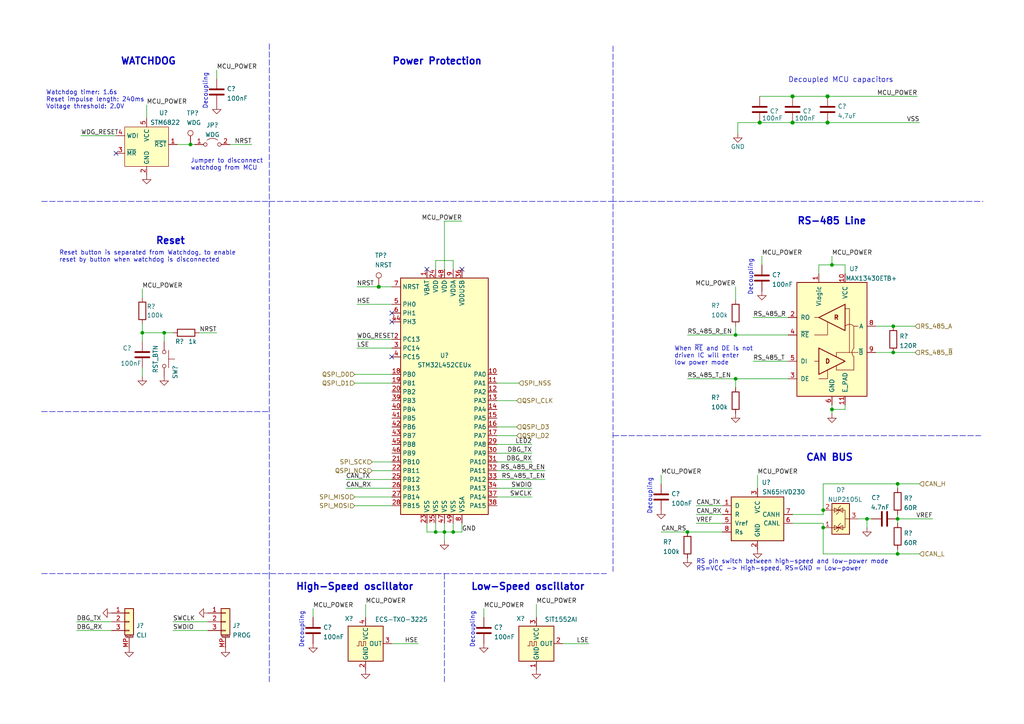
<source format=kicad_sch>
(kicad_sch (version 20210621) (generator eeschema)
  (paper "A4")
  (lib_symbols
    (symbol "Connector:TestPoint" (pin_numbers hide) (pin_names (offset 0.762) hide)
      (property "Reference" "TP" (at 0 6.858 0))
      (property "Value" "TestPoint" (at 0 5.08 0))
      (symbol "TestPoint_0_1"
        (circle (center 0 3.302) (radius 0.762))
      )
      (symbol "TestPoint_1_1"
        (pin passive line (at 0 0 90) (length 2.54) (name "1") (number "1"))
      )
    )
    (symbol "Connector_Generic_MountingPin:Conn_01x03_MountingPin" (pin_names (offset 1.016) hide)
      (property "Reference" "J" (at 0 5.08 0))
      (property "Value" "Conn_01x03_MountingPin" (at 1.27 -5.08 0))
      (symbol "Conn_01x03_MountingPin_1_1"
        (text "Mounting" (at 0 -4.191 0) (effects (font (size 0.381 0.381))))
        (rectangle (start -1.27 -2.413) (end 0 -2.667) (stroke (width 0.1524)))
        (rectangle (start -1.27 0.127) (end 0 -0.127) (stroke (width 0.1524)))
        (rectangle (start -1.27 2.667) (end 0 2.413) (stroke (width 0.1524)))
        (rectangle (start -1.27 3.81) (end 1.27 -3.81) (stroke (width 0.254)) (fill (type background)))
        (polyline (pts (xy -1.016 -4.572) (xy 1.016 -4.572)) (stroke (width 0.1524)))
        (pin passive line (at -5.08 2.54 0) (length 3.81) (name "Pin_1") (number "1"))
        (pin passive line (at -5.08 0 0) (length 3.81) (name "Pin_2") (number "2"))
        (pin passive line (at -5.08 -2.54 0) (length 3.81) (name "Pin_3") (number "3"))
        (pin passive line (at 0 -7.62 90) (length 3.048) (name "MountPin") (number "MP"))
      )
    )
    (symbol "Device:C" (pin_numbers hide) (pin_names (offset 0.254))
      (property "Reference" "C" (at 0.635 2.54 0))
      (property "Value" "C" (at 0.635 -2.54 0))
      (symbol "C_0_1"
        (polyline (pts (xy -2.032 -0.762) (xy 2.032 -0.762)) (stroke (width 0.508)))
        (polyline (pts (xy -2.032 0.762) (xy 2.032 0.762)) (stroke (width 0.508)))
      )
      (symbol "C_1_1"
        (pin passive line (at 0 3.81 270) (length 2.794) (name "~") (number "1"))
        (pin passive line (at 0 -3.81 90) (length 2.794) (name "~") (number "2"))
      )
    )
    (symbol "Device:R" (pin_numbers hide) (pin_names (offset 0))
      (property "Reference" "R" (at 2.032 0 90))
      (property "Value" "R" (at 0 0 90))
      (symbol "R_0_1"
        (rectangle (start -1.016 -2.54) (end 1.016 2.54) (stroke (width 0.254)))
      )
      (symbol "R_1_1"
        (pin passive line (at 0 3.81 270) (length 1.27) (name "~") (number "1"))
        (pin passive line (at 0 -3.81 90) (length 1.27) (name "~") (number "2"))
      )
    )
    (symbol "Interface_CAN_LIN:SN65HVD230" (pin_names (offset 1.016))
      (property "Reference" "U" (at -2.54 10.16 0))
      (property "Value" "SN65HVD230" (at -2.54 7.62 0))
      (symbol "SN65HVD230_0_1"
        (rectangle (start -7.62 5.08) (end 7.62 -7.62) (stroke (width 0.254)) (fill (type background)))
      )
      (symbol "SN65HVD230_1_1"
        (pin input line (at -10.16 2.54 0) (length 2.54) (name "D") (number "1"))
        (pin power_in line (at 0 -10.16 90) (length 2.54) (name "GND") (number "2"))
        (pin power_in line (at 0 7.62 270) (length 2.54) (name "VCC") (number "3"))
        (pin output line (at -10.16 0 0) (length 2.54) (name "R") (number "4"))
        (pin output line (at -10.16 -2.54 0) (length 2.54) (name "Vref") (number "5"))
        (pin bidirectional line (at 10.16 -2.54 180) (length 2.54) (name "CANL") (number "6"))
        (pin bidirectional line (at 10.16 0 180) (length 2.54) (name "CANH") (number "7"))
        (pin input line (at -10.16 -5.08 0) (length 2.54) (name "Rs") (number "8"))
      )
    )
    (symbol "Jumper:Jumper_2_Open" (pin_names (offset 0) hide)
      (property "Reference" "JP" (at 0 2.794 0))
      (property "Value" "Jumper_2_Open" (at 0 -2.286 0))
      (symbol "Jumper_2_Open_0_0"
        (circle (center -2.032 0) (radius 0.508))
        (circle (center 2.032 0) (radius 0.508))
      )
      (symbol "Jumper_2_Open_0_1"
        (arc (start -1.524 1.27) (end 1.524 1.27) (radius (at 0 -0.762) (length 2.54) (angles 126.9 53.1)))
      )
      (symbol "Jumper_2_Open_1_1"
        (pin passive line (at -5.08 0 0) (length 2.54) (name "A") (number "1"))
        (pin passive line (at 5.08 0 180) (length 2.54) (name "B") (number "2"))
      )
    )
    (symbol "MCU_ST_STM32L4:STM32L452CEUx"
      (property "Reference" "U" (at -12.7 34.29 0))
      (property "Value" "STM32L452CEUx" (at 7.62 34.29 0))
      (symbol "STM32L452CEUx_0_1"
        (rectangle (start -12.7 -35.56) (end 12.7 33.02) (stroke (width 0.254)) (fill (type background)))
      )
      (symbol "STM32L452CEUx_1_1"
        (pin power_in line (at -5.08 35.56 270) (length 2.54) (name "VBAT") (number "1"))
        (pin bidirectional line (at 15.24 5.08 180) (length 2.54) (name "PA0") (number "10"))
        (pin bidirectional line (at 15.24 2.54 180) (length 2.54) (name "PA1") (number "11"))
        (pin bidirectional line (at 15.24 0 180) (length 2.54) (name "PA2") (number "12"))
        (pin bidirectional line (at 15.24 -2.54 180) (length 2.54) (name "PA3") (number "13"))
        (pin bidirectional line (at 15.24 -5.08 180) (length 2.54) (name "PA4") (number "14"))
        (pin bidirectional line (at 15.24 -7.62 180) (length 2.54) (name "PA5") (number "15"))
        (pin bidirectional line (at 15.24 -10.16 180) (length 2.54) (name "PA6") (number "16"))
        (pin bidirectional line (at 15.24 -12.7 180) (length 2.54) (name "PA7") (number "17"))
        (pin bidirectional line (at -15.24 5.08 0) (length 2.54) (name "PB0") (number "18"))
        (pin bidirectional line (at -15.24 2.54 0) (length 2.54) (name "PB1") (number "19"))
        (pin bidirectional line (at -15.24 15.24 0) (length 2.54) (name "PC13") (number "2"))
        (pin bidirectional line (at -15.24 0 0) (length 2.54) (name "PB2") (number "20"))
        (pin bidirectional line (at -15.24 -20.32 0) (length 2.54) (name "PB10") (number "21"))
        (pin bidirectional line (at -15.24 -22.86 0) (length 2.54) (name "PB11") (number "22"))
        (pin power_in line (at -5.08 -38.1 90) (length 2.54) (name "VSS") (number "23"))
        (pin power_in line (at -2.54 35.56 270) (length 2.54) (name "VDD") (number "24"))
        (pin bidirectional line (at -15.24 -25.4 0) (length 2.54) (name "PB12") (number "25"))
        (pin bidirectional line (at -15.24 -27.94 0) (length 2.54) (name "PB13") (number "26"))
        (pin bidirectional line (at -15.24 -30.48 0) (length 2.54) (name "PB14") (number "27"))
        (pin bidirectional line (at -15.24 -33.02 0) (length 2.54) (name "PB15") (number "28"))
        (pin bidirectional line (at 15.24 -15.24 180) (length 2.54) (name "PA8") (number "29"))
        (pin bidirectional line (at -15.24 12.7 0) (length 2.54) (name "PC14") (number "3"))
        (pin bidirectional line (at 15.24 -17.78 180) (length 2.54) (name "PA9") (number "30"))
        (pin bidirectional line (at 15.24 -20.32 180) (length 2.54) (name "PA10") (number "31"))
        (pin bidirectional line (at 15.24 -22.86 180) (length 2.54) (name "PA11") (number "32"))
        (pin bidirectional line (at 15.24 -25.4 180) (length 2.54) (name "PA12") (number "33"))
        (pin bidirectional line (at 15.24 -27.94 180) (length 2.54) (name "PA13") (number "34"))
        (pin power_in line (at -2.54 -38.1 90) (length 2.54) (name "VSS") (number "35"))
        (pin power_in line (at 5.08 35.56 270) (length 2.54) (name "VDDUSB") (number "36"))
        (pin bidirectional line (at 15.24 -30.48 180) (length 2.54) (name "PA14") (number "37"))
        (pin bidirectional line (at 15.24 -33.02 180) (length 2.54) (name "PA15") (number "38"))
        (pin bidirectional line (at -15.24 -2.54 0) (length 2.54) (name "PB3") (number "39"))
        (pin bidirectional line (at -15.24 10.16 0) (length 2.54) (name "PC15") (number "4"))
        (pin bidirectional line (at -15.24 -5.08 0) (length 2.54) (name "PB4") (number "40"))
        (pin bidirectional line (at -15.24 -7.62 0) (length 2.54) (name "PB5") (number "41"))
        (pin bidirectional line (at -15.24 -10.16 0) (length 2.54) (name "PB6") (number "42"))
        (pin bidirectional line (at -15.24 -12.7 0) (length 2.54) (name "PB7") (number "43"))
        (pin bidirectional line (at -15.24 20.32 0) (length 2.54) (name "PH3") (number "44"))
        (pin bidirectional line (at -15.24 -15.24 0) (length 2.54) (name "PB8") (number "45"))
        (pin bidirectional line (at -15.24 -17.78 0) (length 2.54) (name "PB9") (number "46"))
        (pin power_in line (at 0 -38.1 90) (length 2.54) (name "VSS") (number "47"))
        (pin power_in line (at 0 35.56 270) (length 2.54) (name "VDD") (number "48"))
        (pin power_in line (at 2.54 -38.1 90) (length 2.54) (name "VSS") (number "49"))
        (pin input line (at -15.24 25.4 0) (length 2.54) (name "PH0") (number "5"))
        (pin input line (at -15.24 22.86 0) (length 2.54) (name "PH1") (number "6"))
        (pin input line (at -15.24 30.48 0) (length 2.54) (name "NRST") (number "7"))
        (pin power_in line (at 5.08 -38.1 90) (length 2.54) (name "VSSA") (number "8"))
        (pin power_in line (at 2.54 35.56 270) (length 2.54) (name "VDDA") (number "9"))
      )
    )
    (symbol "Power_Protection:NUP2105L" (pin_names hide)
      (property "Reference" "D" (at 5.715 2.54 0))
      (property "Value" "NUP2105L" (at 5.715 0.635 0))
      (symbol "NUP2105L_0_0"
        (pin passive line (at 0 -5.08 90) (length 2.54) (name "A") (number "3"))
      )
      (symbol "NUP2105L_0_1"
        (rectangle (start -4.445 2.54) (end 4.445 -2.54) (stroke (width 0.254)) (fill (type background)))
        (polyline (pts (xy -2.54 2.54) (xy -2.54 0.635)))
        (polyline (pts (xy 0 -1.27) (xy 0 -2.54)))
        (polyline (pts (xy 2.54 2.54) (xy 2.54 0.635)))
        (polyline (pts (xy -3.81 1.27) (xy -3.175 0.635) (xy -1.905 0.635) (xy -1.27 0)))
        (polyline (pts (xy -2.54 0.635) (xy -2.54 -1.27) (xy 2.54 -1.27) (xy 2.54 0.635)))
        (polyline (pts (xy -2.54 0.635) (xy -1.905 -0.635) (xy -3.175 -0.635) (xy -2.54 0.635)))
        (polyline (pts (xy 2.54 0.635) (xy 1.905 -0.635) (xy 3.175 -0.635) (xy 2.54 0.635)))
        (polyline (pts (xy 2.54 0.635) (xy 3.175 1.905) (xy 1.905 1.905) (xy 2.54 0.635)))
        (polyline (pts (xy -2.54 0.635) (xy -3.175 1.905) (xy -1.905 1.905) (xy -2.54 0.635) (xy -2.54 1.27)))
        (polyline (pts (xy 1.27 1.27) (xy 1.905 0.635) (xy 2.54 0.635) (xy 3.175 0.635) (xy 3.81 0)))
      )
      (symbol "NUP2105L_1_1"
        (pin passive line (at -2.54 5.08 270) (length 2.54) (name "K") (number "1"))
        (pin passive line (at 2.54 5.08 270) (length 2.54) (name "K") (number "2"))
      )
    )
    (symbol "Switch:SW_Push" (pin_numbers hide) (pin_names (offset 1.016) hide)
      (property "Reference" "SW" (at 1.27 2.54 0))
      (property "Value" "SW_Push" (at 0 -1.524 0))
      (symbol "SW_Push_0_1"
        (circle (center -2.032 0) (radius 0.508))
        (circle (center 2.032 0) (radius 0.508))
        (polyline (pts (xy 0 1.27) (xy 0 3.048)))
        (polyline (pts (xy 2.54 1.27) (xy -2.54 1.27)))
        (pin passive line (at -5.08 0 0) (length 2.54) (name "1") (number "1"))
        (pin passive line (at 5.08 0 180) (length 2.54) (name "2") (number "2"))
      )
    )
    (symbol "TCY_IC:MAX13430ETB+" (pin_names (offset 1.016))
      (property "Reference" "U" (at -10.16 19.05 0))
      (property "Value" "MAX13430ETB+" (at 5.08 19.05 0))
      (symbol "MAX13430ETB+_0_0"
        (text "D" (at -1.27 -5.08 0) (effects (font (size 1.27 1.27) bold)))
        (text "R" (at 1.27 7.62 0) (effects (font (size 1.27 1.27) bold)))
      )
      (symbol "MAX13430ETB+_0_1"
        (arc (start 3.81 5.08) (end 6.35 5.08) (radius (at 5.08 3.8099) (length 1.7961) (angles 135 45)) (stroke (width 0.1524)))
        (arc (start 6.35 -3.81) (end 6.35 -1.27) (radius (at 7.6201 -2.54) (length 1.7961) (angles -135 135)) (stroke (width 0.1524)))
        (rectangle (start -10.16 -15.24) (end 10.16 17.78) (stroke (width 0.254)) (fill (type background)))
        (polyline (pts (xy -5.08 -5.08) (xy -3.81 -5.08)))
        (polyline (pts (xy -3.81 7.62) (xy -5.08 7.62)))
        (polyline (pts (xy 5.08 10.16) (xy 5.08 -2.54)) (stroke (width 0.1524)))
        (polyline (pts (xy 6.35 -7.62) (xy 6.35 -3.81)) (stroke (width 0.1524)))
        (polyline (pts (xy 6.35 -1.27) (xy 6.35 5.08)) (stroke (width 0.1524)))
        (polyline (pts (xy 6.35 5.08) (xy 7.62 5.08)) (stroke (width 0.1524)))
        (polyline (pts (xy 5.08 10.16) (xy 3.81 10.16) (xy 3.81 10.16)))
        (polyline (pts (xy -3.81 -10.16) (xy -1.27 -10.16) (xy -1.27 -7.62) (xy -1.27 -7.62)))
        (polyline (pts (xy -1.27 6.35) (xy -1.27 2.54) (xy -2.54 2.54) (xy -5.08 2.54)))
        (polyline (pts (xy 6.35 -7.62) (xy 1.27 -7.62) (xy 1.27 -6.35) (xy 1.27 -6.35)))
        (polyline (pts (xy 7.62 -2.54) (xy 1.27 -2.54) (xy 1.27 -3.81) (xy 1.27 -3.81)))
        (polyline (pts (xy -3.81 -1.27) (xy -3.81 -8.89) (xy 3.81 -5.08) (xy -3.81 -1.27) (xy -3.81 -1.27)) (stroke (width 0.254)))
        (polyline (pts (xy 3.81 11.43) (xy 3.81 3.81) (xy -3.81 7.62) (xy 3.81 11.43) (xy 3.81 11.43)) (stroke (width 0.254)))
      )
      (symbol "MAX13430ETB+_1_1"
        (pin power_in line (at -3.81 20.32 270) (length 2.54) (name "Vlogic") (number "1"))
        (pin power_in line (at 3.81 20.32 270) (length 2.54) (name "VCC") (number "10"))
        (pin power_in line (at 3.81 -17.78 90) (length 2.54) (name "E_PAD") (number "11"))
        (pin output line (at -12.7 7.62 0) (length 2.54) (name "RO") (number "2"))
        (pin input line (at -12.7 -10.16 0) (length 2.54) (name "DE") (number "3"))
        (pin input line (at -12.7 2.54 0) (length 2.54) (name "~{RE}") (number "4"))
        (pin input line (at -12.7 -5.08 0) (length 2.54) (name "DI") (number "5"))
        (pin power_in line (at 0 -17.78 90) (length 2.54) (name "GND") (number "6"))
        (pin no_connect line (at 10.16 1.27 180) (length 2.54) hide (name "NC") (number "7"))
        (pin input line (at 12.7 5.08 180) (length 2.54) (name "A") (number "8"))
        (pin input line (at 12.7 -2.54 180) (length 2.54) (name "~{B}") (number "9"))
      )
    )
    (symbol "TCY_IC:STM6822"
      (property "Reference" "U" (at 6.35 13.97 0))
      (property "Value" "STM6822" (at 6.35 16.51 0))
      (symbol "STM6822_0_1"
        (rectangle (start -6.35 11.43) (end 6.35 0) (stroke (width 0.1524)) (fill (type background)))
      )
      (symbol "STM6822_1_1"
        (pin open_collector line (at 8.89 6.35 180) (length 2.54) (name "~{RST}") (number "1"))
        (pin passive line (at 0 -2.54 90) (length 2.54) (name "GND") (number "2"))
        (pin input line (at -8.89 3.81 0) (length 2.54) (name "~{MR}") (number "3"))
        (pin input line (at -8.89 8.89 0) (length 2.54) (name "WDI") (number "4"))
        (pin power_in line (at 0 13.97 270) (length 2.54) (name "VCC") (number "5"))
      )
    )
    (symbol "TCY_ocillators:ECS-TXO-3225" (pin_names (offset 0.254))
      (property "Reference" "X" (at -6.35 6.35 0))
      (property "Value" "ECS-TXO-3225" (at 1.27 6.35 0))
      (symbol "ECS-TXO-3225_0_1"
        (rectangle (start -5.08 5.08) (end 5.08 -5.08) (stroke (width 0.254)) (fill (type background)))
        (polyline (pts (xy -2.54 -0.635) (xy -1.905 -0.635) (xy -1.905 0.635) (xy -1.27 0.635) (xy -1.27 -0.635) (xy -0.635 -0.635) (xy -0.635 0.635) (xy 0 0.635) (xy 0 -0.635)))
      )
      (symbol "ECS-TXO-3225_1_1"
        (pin no_connect line (at -7.62 0 0) (length 2.54) hide (name "NC") (number "1"))
        (pin power_in line (at 0 -7.62 90) (length 2.54) (name "GND") (number "2"))
        (pin output line (at 7.62 0 180) (length 2.54) (name "OUT") (number "3"))
        (pin power_in line (at 0 7.62 270) (length 2.54) (name "VCC") (number "4"))
      )
    )
    (symbol "TCY_ocillators:SiT1552AI" (pin_names (offset 0.254))
      (property "Reference" "X" (at -6.35 6.35 0))
      (property "Value" "SiT1552AI" (at 1.27 6.35 0))
      (symbol "SiT1552AI_0_1"
        (rectangle (start -5.08 5.08) (end 5.08 -5.08) (stroke (width 0.254)) (fill (type background)))
        (polyline (pts (xy -2.54 -0.635) (xy -1.905 -0.635) (xy -1.905 0.635) (xy -1.27 0.635) (xy -1.27 -0.635) (xy -0.635 -0.635) (xy -0.635 0.635) (xy 0 0.635) (xy 0 -0.635)))
      )
      (symbol "SiT1552AI_1_1"
        (pin power_in line (at 0 -7.62 90) (length 2.54) (name "GND") (number "1"))
        (pin output line (at 7.62 0 180) (length 2.54) (name "OUT") (number "2"))
        (pin power_in line (at 0 7.62 270) (length 2.54) (name "VCC") (number "3"))
        (pin power_in line (at 0 -7.62 90) (length 2.54) hide (name "GND") (number "4"))
      )
    )
    (symbol "power:GND" (power) (pin_names (offset 0))
      (property "Value" "GND" (at 0 -3.81 0))
      (symbol "GND_0_1"
        (polyline (pts (xy 0 0) (xy 0 -1.27) (xy 1.27 -1.27) (xy 0 -2.54) (xy -1.27 -1.27) (xy 0 -1.27)))
      )
      (symbol "GND_1_1"
        (pin power_in line (at 0 0 270) (length 0) hide (name "GND") (number "1"))
      )
    )
  )
  (junction (at 41.275 96.52) (diameter 0.9144))
  (junction (at 47.625 96.52) (diameter 0.9144))
  (junction (at 55.245 41.91) (diameter 0.9144))
  (junction (at 109.855 83.185) (diameter 1.016))
  (junction (at 126.365 154.305) (diameter 0.9144))
  (junction (at 128.905 154.305) (diameter 0.9144))
  (junction (at 131.445 154.305) (diameter 0.9144))
  (junction (at 199.39 154.305) (diameter 0.9144))
  (junction (at 213.36 97.155) (diameter 0.9144))
  (junction (at 213.36 109.855) (diameter 0.9144))
  (junction (at 220.345 35.56) (diameter 1.016))
  (junction (at 229.87 27.94) (diameter 1.016))
  (junction (at 229.87 35.56) (diameter 1.016))
  (junction (at 238.76 147.955) (diameter 0.9144))
  (junction (at 238.76 153.035) (diameter 0.9144))
  (junction (at 240.03 27.94) (diameter 1.016))
  (junction (at 240.03 35.56) (diameter 1.016))
  (junction (at 241.3 76.835) (diameter 0.9144))
  (junction (at 241.3 118.745) (diameter 0.9144))
  (junction (at 251.46 150.495) (diameter 0.9144))
  (junction (at 259.08 94.615) (diameter 0.9144))
  (junction (at 259.08 102.235) (diameter 0.9144))
  (junction (at 260.35 140.335) (diameter 0.9144))
  (junction (at 260.35 150.495) (diameter 0.9144))
  (junction (at 260.35 160.655) (diameter 0.9144))
  (no_connect (at 33.655 44.45))
  (no_connect (at 113.6139 103.505))
  (no_connect (at 113.665 90.805))
  (no_connect (at 113.665 93.345))
  (no_connect (at 123.825 78.105))
  (no_connect (at 133.985 78.105))
  (wire (pts (xy 23.495 39.37) (xy 33.655 39.37)))
  (wire (pts (xy 32.385 180.34) (xy 22.225 180.34)))
  (wire (pts (xy 32.385 182.88) (xy 22.225 182.88)))
  (wire (pts (xy 41.275 83.82) (xy 41.275 86.36)))
  (wire (pts (xy 41.275 93.98) (xy 41.275 96.52)))
  (wire (pts (xy 41.275 96.52) (xy 41.275 99.06)))
  (wire (pts (xy 41.275 96.52) (xy 47.625 96.52)))
  (wire (pts (xy 41.275 106.68) (xy 41.275 109.22)))
  (wire (pts (xy 42.545 30.48) (xy 42.545 34.29)))
  (wire (pts (xy 47.625 96.52) (xy 47.625 99.06)))
  (wire (pts (xy 47.625 96.52) (xy 50.165 96.52)))
  (wire (pts (xy 51.435 41.91) (xy 55.245 41.91)))
  (wire (pts (xy 55.245 41.91) (xy 56.515 41.91)))
  (wire (pts (xy 57.785 96.52) (xy 62.865 96.52)))
  (wire (pts (xy 60.325 180.34) (xy 50.165 180.34)))
  (wire (pts (xy 60.325 182.88) (xy 50.165 182.88)))
  (wire (pts (xy 62.865 20.32) (xy 62.865 22.86)))
  (wire (pts (xy 66.675 41.91) (xy 73.025 41.91)))
  (wire (pts (xy 90.805 176.53) (xy 90.805 179.07)))
  (wire (pts (xy 100.33 139.065) (xy 113.665 139.065)))
  (wire (pts (xy 100.33 141.605) (xy 113.665 141.605)))
  (wire (pts (xy 102.87 108.585) (xy 113.665 108.585)))
  (wire (pts (xy 102.87 111.125) (xy 113.665 111.125)))
  (wire (pts (xy 102.87 144.145) (xy 113.665 144.145)))
  (wire (pts (xy 102.87 146.685) (xy 113.665 146.685)))
  (wire (pts (xy 103.505 83.185) (xy 109.855 83.185)))
  (wire (pts (xy 103.505 88.265) (xy 113.665 88.265)))
  (wire (pts (xy 103.505 98.425) (xy 113.665 98.425)))
  (wire (pts (xy 103.505 100.965) (xy 113.665 100.965)))
  (wire (pts (xy 106.045 175.26) (xy 106.045 179.07)))
  (wire (pts (xy 109.855 83.185) (xy 113.665 83.185)))
  (wire (pts (xy 113.665 133.985) (xy 107.95 133.985)))
  (wire (pts (xy 113.665 136.525) (xy 107.95 136.525)))
  (wire (pts (xy 113.665 186.69) (xy 121.285 186.69)))
  (wire (pts (xy 123.825 154.305) (xy 123.825 151.765)))
  (wire (pts (xy 126.365 75.565) (xy 131.445 75.565)))
  (wire (pts (xy 126.365 78.105) (xy 126.365 75.565)))
  (wire (pts (xy 126.365 151.765) (xy 126.365 154.305)))
  (wire (pts (xy 126.365 154.305) (xy 123.825 154.305)))
  (wire (pts (xy 128.905 64.135) (xy 128.905 78.105)))
  (wire (pts (xy 128.905 64.135) (xy 133.985 64.135)))
  (wire (pts (xy 128.905 151.765) (xy 128.905 154.305)))
  (wire (pts (xy 128.905 154.305) (xy 126.365 154.305)))
  (wire (pts (xy 128.905 154.305) (xy 131.445 154.305)))
  (wire (pts (xy 128.905 156.845) (xy 128.905 154.305)))
  (wire (pts (xy 131.445 78.105) (xy 131.445 75.565)))
  (wire (pts (xy 131.445 151.765) (xy 131.445 154.305)))
  (wire (pts (xy 131.445 154.305) (xy 133.985 154.305)))
  (wire (pts (xy 133.985 154.305) (xy 133.985 151.765)))
  (wire (pts (xy 140.335 176.53) (xy 140.335 179.07)))
  (wire (pts (xy 144.145 111.125) (xy 150.495 111.125)))
  (wire (pts (xy 144.145 116.205) (xy 149.86 116.205)))
  (wire (pts (xy 144.145 123.825) (xy 149.86 123.825)))
  (wire (pts (xy 144.145 126.365) (xy 149.86 126.365)))
  (wire (pts (xy 144.145 128.905) (xy 154.305 128.905)))
  (wire (pts (xy 144.145 131.445) (xy 154.305 131.445)))
  (wire (pts (xy 144.145 133.985) (xy 154.305 133.985)))
  (wire (pts (xy 144.145 136.525) (xy 158.115 136.525)))
  (wire (pts (xy 144.145 139.065) (xy 158.115 139.065)))
  (wire (pts (xy 144.145 141.605) (xy 154.305 141.605)))
  (wire (pts (xy 144.145 144.145) (xy 154.305 144.145)))
  (wire (pts (xy 155.575 175.26) (xy 155.575 179.07)))
  (wire (pts (xy 163.195 186.69) (xy 170.815 186.69)))
  (wire (pts (xy 191.77 137.795) (xy 191.77 140.335)))
  (wire (pts (xy 191.77 154.305) (xy 199.39 154.305)))
  (wire (pts (xy 199.39 97.155) (xy 213.36 97.155)))
  (wire (pts (xy 199.39 109.855) (xy 213.36 109.855)))
  (wire (pts (xy 199.39 154.305) (xy 209.55 154.305)))
  (wire (pts (xy 201.93 146.685) (xy 209.55 146.685)))
  (wire (pts (xy 201.93 149.225) (xy 209.55 149.225)))
  (wire (pts (xy 201.93 151.765) (xy 209.55 151.765)))
  (wire (pts (xy 213.36 83.185) (xy 213.36 86.995)))
  (wire (pts (xy 213.36 94.615) (xy 213.36 97.155)))
  (wire (pts (xy 213.36 97.155) (xy 228.6 97.155)))
  (wire (pts (xy 213.36 109.855) (xy 213.36 112.395)))
  (wire (pts (xy 213.36 109.855) (xy 228.6 109.855)))
  (wire (pts (xy 213.995 35.56) (xy 220.345 35.56)))
  (wire (pts (xy 213.995 38.735) (xy 213.995 35.56)))
  (wire (pts (xy 218.44 92.075) (xy 228.6 92.075)))
  (wire (pts (xy 218.44 104.775) (xy 228.6 104.775)))
  (wire (pts (xy 219.71 137.795) (xy 219.71 141.605)))
  (wire (pts (xy 220.345 27.94) (xy 229.87 27.94)))
  (wire (pts (xy 220.345 35.56) (xy 229.87 35.56)))
  (wire (pts (xy 220.98 74.295) (xy 220.98 76.835)))
  (wire (pts (xy 229.87 27.94) (xy 240.03 27.94)))
  (wire (pts (xy 229.87 35.56) (xy 240.03 35.56)))
  (wire (pts (xy 229.87 149.225) (xy 238.76 149.225)))
  (wire (pts (xy 229.87 151.765) (xy 238.76 151.765)))
  (wire (pts (xy 237.49 76.835) (xy 241.3 76.835)))
  (wire (pts (xy 237.49 79.375) (xy 237.49 76.835)))
  (wire (pts (xy 238.76 140.335) (xy 238.76 147.955)))
  (wire (pts (xy 238.76 149.225) (xy 238.76 147.955)))
  (wire (pts (xy 238.76 151.765) (xy 238.76 153.035)))
  (wire (pts (xy 238.76 153.035) (xy 238.76 160.655)))
  (wire (pts (xy 240.03 27.94) (xy 266.065 27.94)))
  (wire (pts (xy 240.03 35.56) (xy 266.7 35.56)))
  (wire (pts (xy 241.3 76.835) (xy 241.3 74.295)))
  (wire (pts (xy 241.3 117.475) (xy 241.3 118.745)))
  (wire (pts (xy 241.3 118.745) (xy 241.3 120.015)))
  (wire (pts (xy 245.11 76.835) (xy 241.3 76.835)))
  (wire (pts (xy 245.11 79.375) (xy 245.11 76.835)))
  (wire (pts (xy 245.11 117.475) (xy 245.11 118.745)))
  (wire (pts (xy 245.11 118.745) (xy 241.3 118.745)))
  (wire (pts (xy 248.92 150.495) (xy 251.46 150.495)))
  (wire (pts (xy 251.46 150.495) (xy 251.46 153.035)))
  (wire (pts (xy 251.46 150.495) (xy 252.73 150.495)))
  (wire (pts (xy 254 94.615) (xy 259.08 94.615)))
  (wire (pts (xy 254 102.235) (xy 259.08 102.235)))
  (wire (pts (xy 259.08 94.615) (xy 265.43 94.615)))
  (wire (pts (xy 259.08 102.235) (xy 265.43 102.235)))
  (wire (pts (xy 260.35 140.335) (xy 238.76 140.335)))
  (wire (pts (xy 260.35 140.335) (xy 260.35 141.605)))
  (wire (pts (xy 260.35 149.225) (xy 260.35 150.495)))
  (wire (pts (xy 260.35 150.495) (xy 270.51 150.495)))
  (wire (pts (xy 260.35 151.765) (xy 260.35 150.495)))
  (wire (pts (xy 260.35 159.385) (xy 260.35 160.655)))
  (wire (pts (xy 260.35 160.655) (xy 238.76 160.655)))
  (wire (pts (xy 266.7 140.335) (xy 260.35 140.335)))
  (wire (pts (xy 266.7 160.655) (xy 260.35 160.655)))
  (polyline (pts (xy 12.065 58.42) (xy 78.105 58.42)) (stroke (width 0) (type dash)))
  (polyline (pts (xy 12.065 119.38) (xy 78.105 119.38)) (stroke (width 0) (type dash)))
  (polyline (pts (xy 12.065 166.37) (xy 175.895 166.37)) (stroke (width 0) (type dash)))
  (polyline (pts (xy 78.105 12.7) (xy 78.105 166.37)) (stroke (width 0) (type dash)))
  (polyline (pts (xy 78.105 58.42) (xy 177.165 58.42)) (stroke (width 0) (type dash)))
  (polyline (pts (xy 78.105 166.37) (xy 78.105 198.12)) (stroke (width 0) (type dash)))
  (polyline (pts (xy 128.905 166.37) (xy 128.905 198.12)) (stroke (width 0) (type dash)))
  (polyline (pts (xy 177.165 58.42) (xy 191.135 58.42)) (stroke (width 0) (type dash)))
  (polyline (pts (xy 177.8 13.335) (xy 177.8 165.735)) (stroke (width 0) (type dash)))
  (polyline (pts (xy 177.8 126.365) (xy 284.48 126.365)) (stroke (width 0) (type dash)))
  (polyline (pts (xy 191.135 58.42) (xy 285.115 58.42)) (stroke (width 0) (type dash)))
  (text "Watchdog timer: 1.6s\nReset impulse length: 240ms\nVoltage threshold: 2.0V" (at 13.335 31.75 0) (effects (font (size 1.27 1.27)) (justify left bottom)))
  (text "Reset button is separated from Watchdog, to enable\nreset by button when watchdog is disconnected" (at 17.145 76.2 0) (effects (font (size 1.27 1.27)) (justify left bottom)))
  (text "WATCHDOG" (at 34.925 19.05 0) (effects (font (size 2 2) (thickness 0.4) bold) (justify left bottom)))
  (text "Reset" (at 45.085 71.12 0) (effects (font (size 2 2) (thickness 0.4) bold) (justify left bottom)))
  (text "Jumper to disconnect\nwatchdog from MCU" (at 55.245 49.53 0) (effects (font (size 1.27 1.27)) (justify left bottom)))
  (text "Decoupling" (at 60.325 31.75 90) (effects (font (size 1.27 1.27)) (justify left bottom)))
  (text "High-Speed oscillator" (at 85.725 171.45 0) (effects (font (size 2 2) (thickness 0.4) bold) (justify left bottom)))
  (text "Decoupling" (at 88.265 187.96 90) (effects (font (size 1.27 1.27)) (justify left bottom)))
  (text "Power Protection" (at 113.665 19.05 0) (effects (font (size 2 2) (thickness 0.4) bold) (justify left bottom)))
  (text "Low-Speed oscillator" (at 136.525 171.45 0) (effects (font (size 2 2) (thickness 0.4) bold) (justify left bottom)))
  (text "Decoupling" (at 137.795 187.96 90) (effects (font (size 1.27 1.27)) (justify left bottom)))
  (text "Decoupling" (at 189.23 149.225 90) (effects (font (size 1.27 1.27)) (justify left bottom)))
  (text "When ~{RE} and DE is not\ndriven IC will enter\nlow power mode" (at 195.58 106.045 0) (effects (font (size 1.27 1.27)) (justify left bottom)))
  (text "RS pin switch between high-speed and low-power mode\nRS=VCC -> High-speed, RS=GND = Low-power" (at 201.93 165.735 0) (effects (font (size 1.27 1.27)) (justify left bottom)))
  (text "Decoupling" (at 218.44 85.725 90) (effects (font (size 1.27 1.27)) (justify left bottom)))
  (text "Decoupled MCU capacitors" (at 228.6 24.13 0) (effects (font (size 1.5 1.5)) (justify left bottom)))
  (text "RS-485 Line" (at 231.14 65.405 0) (effects (font (size 2 2) (thickness 0.4) bold) (justify left bottom)))
  (text "CAN BUS" (at 233.68 133.985 0) (effects (font (size 2 2) (thickness 0.4) bold) (justify left bottom)))
  (text "\n\n" (at 243.84 40.005 0) (effects (font (size 1.27 1.27)) (justify left bottom)))
  (label "DBG_TX" (at 22.225 180.34 0))
  (label "DBG_RX" (at 22.225 182.88 0))
  (label "WDG_RESET" (at 23.495 39.37 0))
  (label "MCU_POWER" (at 41.275 83.82 0))
  (label "MCU_POWER" (at 42.545 30.48 0))
  (label "SWCLK" (at 50.165 180.34 0))
  (label "SWDIO" (at 50.165 182.88 0))
  (label "MCU_POWER" (at 62.865 20.32 0))
  (label "NRST" (at 62.865 96.52 180))
  (label "NRST" (at 73.025 41.91 180))
  (label "MCU_POWER" (at 90.805 176.53 0))
  (label "CAN_TX" (at 100.33 139.065 0))
  (label "CAN_RX" (at 100.33 141.605 0))
  (label "NRST" (at 103.505 83.185 0))
  (label "HSE" (at 103.505 88.265 0))
  (label "WDG_RESET" (at 103.505 98.425 0))
  (label "LSE" (at 103.505 100.965 0))
  (label "MCU_POWER" (at 106.045 175.26 0))
  (label "HSE" (at 121.285 186.69 180))
  (label "MCU_POWER" (at 133.985 64.135 180))
  (label "GND" (at 133.985 154.305 0))
  (label "MCU_POWER" (at 140.335 176.53 0))
  (label "LED2" (at 154.305 128.905 180))
  (label "DBG_TX" (at 154.305 131.445 180))
  (label "DBG_RX" (at 154.305 133.985 180))
  (label "SWDIO" (at 154.305 141.605 180))
  (label "SWCLK" (at 154.305 144.145 180))
  (label "MCU_POWER" (at 155.575 175.26 0))
  (label "RS_485_R_EN" (at 158.115 136.525 180))
  (label "RS_485_T_EN" (at 158.115 139.065 180))
  (label "LSE" (at 170.815 186.69 180))
  (label "MCU_POWER" (at 191.77 137.795 0))
  (label "CAN_RS" (at 191.77 154.305 0))
  (label "RS_485_R_EN" (at 199.39 97.155 0))
  (label "RS_485_T_EN" (at 199.39 109.855 0))
  (label "CAN_TX" (at 201.93 146.685 0))
  (label "CAN_RX" (at 201.93 149.225 0))
  (label "VREF" (at 201.93 151.765 0))
  (label "MCU_POWER" (at 213.36 83.185 180))
  (label "RS_485_R" (at 218.44 92.075 0))
  (label "RS_485_T" (at 218.44 104.775 0))
  (label "MCU_POWER" (at 219.71 137.795 0))
  (label "MCU_POWER" (at 220.98 74.295 0))
  (label "MCU_POWER" (at 241.3 74.295 0))
  (label "MCU_POWER" (at 266.065 27.94 180))
  (label "VSS" (at 266.7 35.56 180))
  (label "VREF" (at 270.51 150.495 180))
  (hierarchical_label "QSPI_D0" (shape input) (at 102.87 108.585 180))
  (hierarchical_label "QSPI_D1" (shape input) (at 102.87 111.125 180))
  (hierarchical_label "SPI_MISO" (shape input) (at 102.87 144.145 180))
  (hierarchical_label "SPI_MOSI" (shape input) (at 102.87 146.685 180))
  (hierarchical_label "SPI_SCK" (shape input) (at 107.95 133.985 180))
  (hierarchical_label "QSPI_NCS" (shape input) (at 107.95 136.525 180))
  (hierarchical_label "QSPI_CLK" (shape input) (at 149.86 116.205 0))
  (hierarchical_label "QSPI_D3" (shape input) (at 149.86 123.825 0))
  (hierarchical_label "QSPI_D2" (shape input) (at 149.86 126.365 0))
  (hierarchical_label "SPI_NSS" (shape input) (at 150.495 111.125 0))
  (hierarchical_label "RS_485_A" (shape input) (at 265.43 94.615 0))
  (hierarchical_label "RS_485_~{B}" (shape input) (at 265.43 102.235 0))
  (hierarchical_label "CAN_H" (shape input) (at 266.7 140.335 0))
  (hierarchical_label "CAN_L" (shape input) (at 266.7 160.655 0))
  (symbol (lib_id "Connector:TestPoint") (at 55.245 41.91 0) (unit 1)
    (property "Reference" "TP?" (at 54.1021 32.81 0) (effects (justify left)))
    (property "Value" "WDG" (at 54.1021 35.5851 0) (effects (justify left)))
    (property "Footprint" "TCY_connectors:TestPoint_Pad_D0.5mm" (effects hide))
  )
  (symbol (lib_id "Connector:TestPoint") (at 109.855 83.185 0) (unit 1)
    (property "Reference" "TP?" (at 108.7121 74.085 0) (effects (justify left)))
    (property "Value" "NRST" (at 108.7121 76.8601 0) (effects (justify left)))
    (property "Footprint" "TCY_connectors:TestPoint_Pad_D0.5mm" (effects hide))
  )
  (symbol (lib_id "power:GND") (at 32.385 177.8 270) (unit 1)
    (property "Reference" "#PWR?" (effects hide))
    (property "Value" "GND" (effects hide))
  )
  (symbol (lib_id "power:GND") (at 37.465 187.96 0) (unit 1)
    (property "Reference" "#PWR?" (effects hide))
    (property "Value" "GND" (effects hide))
  )
  (symbol (lib_id "power:GND") (at 41.275 109.22 0) (unit 1)
    (property "Reference" "#PWR?" (effects hide))
    (property "Value" "GND" (effects hide))
  )
  (symbol (lib_id "power:GND") (at 42.545 50.8 0) (unit 1)
    (property "Reference" "#PWR?" (effects hide))
    (property "Value" "GND" (effects hide))
  )
  (symbol (lib_id "power:GND") (at 47.625 109.22 0) (unit 1)
    (property "Reference" "#PWR?" (effects hide))
    (property "Value" "GND" (effects hide))
  )
  (symbol (lib_id "power:GND") (at 60.325 177.8 270) (unit 1)
    (property "Reference" "#PWR?" (effects hide))
    (property "Value" "GND" (effects hide))
  )
  (symbol (lib_id "power:GND") (at 62.865 30.48 0) (unit 1)
    (property "Reference" "#PWR?" (effects hide))
    (property "Value" "GND" (effects hide))
  )
  (symbol (lib_id "power:GND") (at 65.405 187.96 0) (unit 1)
    (property "Reference" "#PWR?" (effects hide))
    (property "Value" "GND" (effects hide))
  )
  (symbol (lib_id "power:GND") (at 90.805 186.69 0) (unit 1)
    (property "Reference" "#PWR?" (effects hide))
    (property "Value" "GND" (effects hide))
  )
  (symbol (lib_id "power:GND") (at 106.045 194.31 0) (unit 1)
    (property "Reference" "#PWR?" (effects hide))
    (property "Value" "GND" (effects hide))
  )
  (symbol (lib_id "power:GND") (at 128.905 156.845 0) (unit 1)
    (property "Reference" "#PWR?" (effects hide))
    (property "Value" "GND" (effects hide))
  )
  (symbol (lib_id "power:GND") (at 140.335 186.69 0) (unit 1)
    (property "Reference" "#PWR?" (effects hide))
    (property "Value" "GND" (effects hide))
  )
  (symbol (lib_id "power:GND") (at 155.575 194.31 0) (unit 1)
    (property "Reference" "#PWR?" (effects hide))
    (property "Value" "GND" (effects hide))
  )
  (symbol (lib_id "power:GND") (at 191.77 147.955 0) (unit 1)
    (property "Reference" "#PWR?" (effects hide))
    (property "Value" "GND" (effects hide))
  )
  (symbol (lib_id "power:GND") (at 199.39 161.925 0) (unit 1)
    (property "Reference" "#PWR?" (effects hide))
    (property "Value" "GND" (effects hide))
  )
  (symbol (lib_id "power:GND") (at 213.36 120.015 0) (unit 1)
    (property "Reference" "#PWR?" (effects hide))
    (property "Value" "GND" (effects hide))
  )
  (symbol (lib_id "power:GND") (at 213.995 38.735 0) (unit 1)
    (property "Reference" "#PWR?" (effects hide))
    (property "Value" "GND" (at 213.995 42.545 0))
  )
  (symbol (lib_id "power:GND") (at 219.71 159.385 0) (unit 1)
    (property "Reference" "#PWR?" (effects hide))
    (property "Value" "GND" (effects hide))
  )
  (symbol (lib_id "power:GND") (at 220.98 84.455 0) (unit 1)
    (property "Reference" "#PWR?" (effects hide))
    (property "Value" "GND" (effects hide))
  )
  (symbol (lib_id "power:GND") (at 241.3 120.015 0) (unit 1)
    (property "Reference" "#PWR?" (effects hide))
    (property "Value" "GND" (effects hide))
  )
  (symbol (lib_id "power:GND") (at 251.46 153.035 0) (unit 1)
    (property "Reference" "#PWR?" (effects hide))
    (property "Value" "GND" (effects hide))
  )
  (symbol (lib_id "Device:R") (at 41.275 90.17 0) (unit 1)
    (property "Reference" "R?" (at 42.545 88.9 0) (effects (justify left)))
    (property "Value" "100k" (at 42.545 91.44 0) (effects (justify left)))
    (property "Footprint" "TCY_passives:R_0603_1608Metric" (effects hide))
  )
  (symbol (lib_id "Device:R") (at 53.975 96.52 270) (unit 1)
    (property "Reference" "R?" (at 50.8 99.06 90) (effects (justify left)))
    (property "Value" "1k" (at 54.61 99.06 90) (effects (justify left)))
    (property "Footprint" "TCY_passives:R_0603_1608Metric" (effects hide))
  )
  (symbol (lib_id "Device:R") (at 199.39 158.115 0) (unit 1)
    (property "Reference" "R?" (at 192.2781 157.2065 0) (effects (justify left)))
    (property "Value" "100k" (at 192.2781 159.9816 0) (effects (justify left)))
    (property "Footprint" "TCY_passives:R_0603_1608Metric" (effects hide))
  )
  (symbol (lib_id "Device:R") (at 213.36 90.805 0) (unit 1)
    (property "Reference" "R?" (at 206.2481 88.6265 0) (effects (justify left)))
    (property "Value" "100k" (at 206.2481 91.4016 0) (effects (justify left)))
    (property "Footprint" "TCY_passives:R_0603_1608Metric" (effects hide))
  )
  (symbol (lib_id "Device:R") (at 213.36 116.205 0) (unit 1)
    (property "Reference" "R?" (at 206.2481 115.2965 0) (effects (justify left)))
    (property "Value" "100k" (at 206.2481 118.0716 0) (effects (justify left)))
    (property "Footprint" "TCY_passives:R_0603_1608Metric" (effects hide))
  )
  (symbol (lib_id "Device:R") (at 259.08 98.425 0) (unit 1)
    (property "Reference" "R?" (at 260.8581 97.5165 0) (effects (justify left)))
    (property "Value" "120R" (at 260.8581 100.2916 0) (effects (justify left)))
    (property "Footprint" "TCY_passives:R_0603_1608Metric" (effects hide))
  )
  (symbol (lib_id "Device:R") (at 260.35 145.415 0) (unit 1)
    (property "Reference" "R?" (at 262.1281 144.5065 0) (effects (justify left)))
    (property "Value" "60R" (at 262.1281 147.2816 0) (effects (justify left)))
    (property "Footprint" "TCY_passives:R_0603_1608Metric" (effects hide))
  )
  (symbol (lib_id "Device:R") (at 260.35 155.575 0) (unit 1)
    (property "Reference" "R?" (at 262.1281 154.6665 0) (effects (justify left)))
    (property "Value" "60R" (at 262.1281 157.4416 0) (effects (justify left)))
    (property "Footprint" "TCY_passives:R_0603_1608Metric" (effects hide))
  )
  (symbol (lib_id "Jumper:Jumper_2_Open") (at 61.595 41.91 0) (unit 1)
    (property "Reference" "JP?" (at 61.595 36.2924 0))
    (property "Value" "WDG" (at 61.595 39.0675 0))
    (property "Footprint" "Jumper:SolderJumper-2_P1.3mm_Open_RoundedPad1.0x1.5mm" (effects hide))
  )
  (symbol (lib_id "Device:C") (at 41.275 102.87 0) (unit 1)
    (property "Reference" "C?" (at 35.56 100.965 0) (effects (justify left)))
    (property "Value" "100nF" (at 34.925 105.41 0) (effects (justify left)))
    (property "Footprint" "TCY_passives:C_0603_1608Metric" (effects hide))
  )
  (symbol (lib_id "Device:C") (at 62.865 26.67 0) (unit 1)
    (property "Reference" "C?" (at 65.7861 25.7615 0) (effects (justify left)))
    (property "Value" "100nF" (at 65.7861 28.5366 0) (effects (justify left)))
    (property "Footprint" "TCY_passives:C_0603_1608Metric" (effects hide))
  )
  (symbol (lib_id "Device:C") (at 90.805 182.88 0) (unit 1)
    (property "Reference" "C?" (at 93.7261 181.9715 0) (effects (justify left)))
    (property "Value" "100nF" (at 93.7261 184.7466 0) (effects (justify left)))
    (property "Footprint" "TCY_passives:C_0603_1608Metric" (effects hide))
  )
  (symbol (lib_id "Device:C") (at 140.335 182.88 0) (unit 1)
    (property "Reference" "C?" (at 143.2561 181.9715 0) (effects (justify left)))
    (property "Value" "100nF" (at 143.2561 184.7466 0) (effects (justify left)))
    (property "Footprint" "TCY_passives:C_0603_1608Metric" (effects hide))
  )
  (symbol (lib_id "Device:C") (at 191.77 144.145 0) (unit 1)
    (property "Reference" "C?" (at 194.6911 143.2365 0) (effects (justify left)))
    (property "Value" "100nF" (at 194.6911 146.0116 0) (effects (justify left)))
    (property "Footprint" "TCY_passives:C_0603_1608Metric" (effects hide))
  )
  (symbol (lib_id "Device:C") (at 220.345 31.75 0) (unit 1)
    (property "Reference" "C?" (at 223.2661 32.229 0) (effects (justify left)))
    (property "Value" "100nF" (at 220.98 34.29 0) (effects (justify left)))
  )
  (symbol (lib_id "Device:C") (at 220.98 80.645 0) (unit 1)
    (property "Reference" "C?" (at 223.9011 79.7365 0) (effects (justify left)))
    (property "Value" "100nF" (at 223.9011 82.5116 0) (effects (justify left)))
    (property "Footprint" "TCY_passives:C_0603_1608Metric" (effects hide))
  )
  (symbol (lib_id "Device:C") (at 229.87 31.75 0) (unit 1)
    (property "Reference" "C?" (at 232.7911 32.229 0) (effects (justify left)))
    (property "Value" "100nF" (at 230.505 34.29 0) (effects (justify left)))
  )
  (symbol (lib_id "Device:C") (at 240.03 31.75 0) (unit 1)
    (property "Reference" "C?" (at 242.9511 30.8415 0) (effects (justify left)))
    (property "Value" "4,7uF" (at 242.9511 33.6166 0) (effects (justify left)))
  )
  (symbol (lib_id "Device:C") (at 256.54 150.495 90) (unit 1)
    (property "Reference" "C?" (at 254 144.3694 90))
    (property "Value" "4.7nF" (at 255.27 147.1445 90))
    (property "Footprint" "TCY_passives:C_0603_1608Metric" (effects hide))
  )
  (symbol (lib_id "Switch:SW_Push") (at 47.625 104.14 270) (unit 1)
    (property "Reference" "SW?" (at 50.8 107.95 0))
    (property "Value" "RST_BTN" (at 45.085 104.14 0))
    (property "Footprint" "TCY_buttons_switches:KMT031NGJLHS" (effects hide))
  )
  (symbol (lib_id "Connector_Generic_MountingPin:Conn_01x03_MountingPin") (at 37.465 180.34 0) (unit 1)
    (property "Reference" "J?" (at 39.4971 181.4635 0) (effects (justify left)))
    (property "Value" "CLI" (at 39.4971 184.2386 0) (effects (justify left)))
    (property "Footprint" "TCY_connectors:Amphenol_10114830-11103LF_1x03_P1.25mm_Horizontal" (effects hide))
  )
  (symbol (lib_id "Connector_Generic_MountingPin:Conn_01x03_MountingPin") (at 65.405 180.34 0) (unit 1)
    (property "Reference" "J?" (at 67.4371 181.4635 0) (effects (justify left)))
    (property "Value" "PROG" (at 67.4371 184.2386 0) (effects (justify left)))
    (property "Footprint" "TCY_connectors:Amphenol_10114830-11103LF_1x03_P1.25mm_Horizontal" (effects hide))
  )
  (symbol (lib_id "Power_Protection:NUP2105L") (at 243.84 150.495 90) (unit 1)
    (property "Reference" "D?" (at 243.84 142.0834 90))
    (property "Value" "NUP2105L" (at 245.11 144.8585 90))
    (property "Footprint" "Package_TO_SOT_SMD:SOT-23" (effects hide))
    (property "Datasheet" "http://www.onsemi.com/pub_link/Collateral/NUP2105L-D.PDF" (effects hide))
  )
  (symbol (lib_id "TCY_ocillators:SiT1552AI") (at 155.575 186.69 0) (unit 1)
    (property "Reference" "X?" (at 152.273 179.4315 0) (effects (justify right)))
    (property "Value" "SiT1552AI" (at 167.513 179.6666 0) (effects (justify right)))
    (property "Footprint" "TCY_oscillators:CSP-4_1.5x0.8mm" (effects hide))
    (property "Datasheet" "https://www.sitime.com/datasheet/SiT1552" (effects hide))
  )
  (symbol (lib_id "TCY_ocillators:ECS-TXO-3225") (at 106.045 186.69 0) (unit 1)
    (property "Reference" "X?" (at 102.4889 179.4315 0) (effects (justify right)))
    (property "Value" "ECS-TXO-3225" (at 124.0789 179.6666 0) (effects (justify right)))
    (property "Footprint" "TCY_oscillators:ECS-TXO-3225" (effects hide))
    (property "Datasheet" "https://ecsxtal.com/store/pdf/ECS-TXO-3225.pdf" (effects hide))
  )
  (symbol (lib_id "TCY_IC:STM6822") (at 42.545 48.26 0) (unit 1)
    (property "Reference" "U?" (at 46.1011 32.7465 0) (effects (justify left)))
    (property "Value" "STM6822" (at 43.5611 35.5216 0) (effects (justify left)))
    (property "Footprint" "Package_TO_SOT_SMD:SOT-23-5" (effects hide))
    (property "Datasheet" "https://www.st.com/resource/en/datasheet/stm6321.pdf" (effects hide))
  )
  (symbol (lib_id "Interface_CAN_LIN:SN65HVD230") (at 219.71 149.225 0) (unit 1)
    (property "Reference" "U?" (at 222.25 139.9244 0))
    (property "Value" "SN65HVD230" (at 227.33 142.6995 0))
    (property "Footprint" "Package_SO:SOIC-8_3.9x4.9mm_P1.27mm" (effects hide))
    (property "Datasheet" "http://www.ti.com/lit/ds/symlink/sn65hvd230.pdf" (effects hide))
  )
  (symbol (lib_id "TCY_IC:MAX13430ETB+") (at 241.3 99.695 0) (unit 1)
    (property "Reference" "U?" (at 247.65 77.9686 0))
    (property "Value" "MAX13430ETB+" (at 252.73 80.7437 0))
    (property "Footprint" "Package_DFN_QFN:DFN-10-1EP_3x3mm_P0.5mm_EP1.55x2.48mm" (effects hide))
    (property "Datasheet" "https://datasheets.maximintegrated.com/en/ds/MAX13430E-MAX13433E.pdf" (effects hide))
  )
  (symbol (lib_id "MCU_ST_STM32L4:STM32L452CEUx") (at 128.905 113.665 0) (unit 1)
    (property "Reference" "U?" (at 128.905 103.0944 0))
    (property "Value" "STM32L452CEUx" (at 128.905 105.8695 0))
    (property "Footprint" "Package_DFN_QFN:QFN-48-1EP_7x7mm_P0.5mm_EP5.6x5.6mm" (effects hide))
    (property "Datasheet" "http://www.st.com/st-web-ui/static/active/en/resource/technical/document/datasheet/DM00340549.pdf" (effects hide))
  )
)
</source>
